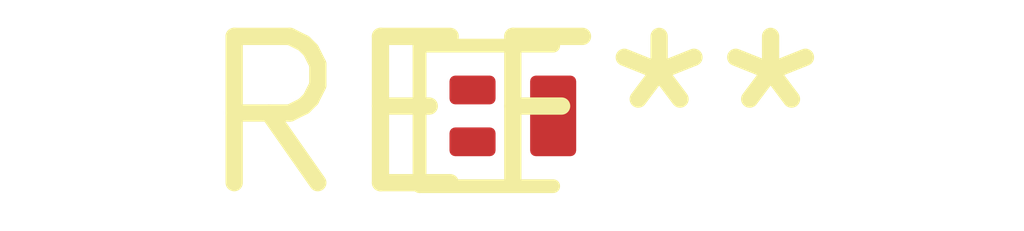
<source format=kicad_pcb>
(kicad_pcb (version 20240108) (generator pcbnew)
  (layers (0 "F.Cu" signal) (31 "B.Cu" signal) (34 "B.Paste" user) (35 "F.Paste" user) (36 "B.SilkS" user "B.Silkscreen") (37 "F.SilkS" user "F.Silkscreen") (38 "B.Mask" user) (39 "F.Mask" user) (44 "Edge.Cuts" user))
  (net 0 "")
  (footprint "SOT-883" (layer "F.Cu") (at 0 0)
    (property "Reference" "REF**")
    (property "Value" "SOT-883")
    (fp_line (start -0.81 -0.61) (end 0.35 -0.61) (layer "F.SilkS") (stroke (width 0.12)))
    (fp_line (start -0.81 0.61) (end -0.81 -0.61) (layer "F.SilkS") (stroke (width 0.12)))
    (fp_line (start 0.35 0.61) (end -0.81 0.61) (layer "F.SilkS") (stroke (width 0.12)))
    (pad "1" smd roundrect (at -0.35 -0.225) (size 0.4 0.25) (layers "F.Cu" "F.Paste" "F.Mask") (roundrect_rratio 0.2))
    (pad "2" smd roundrect (at -0.35 0.225) (size 0.4 0.25) (layers "F.Cu" "F.Paste" "F.Mask") (roundrect_rratio 0.2))
    (pad "3" smd roundrect (at 0.35 0) (size 0.4 0.7) (layers "F.Cu" "F.Paste" "F.Mask") (roundrect_rratio 0.125))
  )
)
</source>
